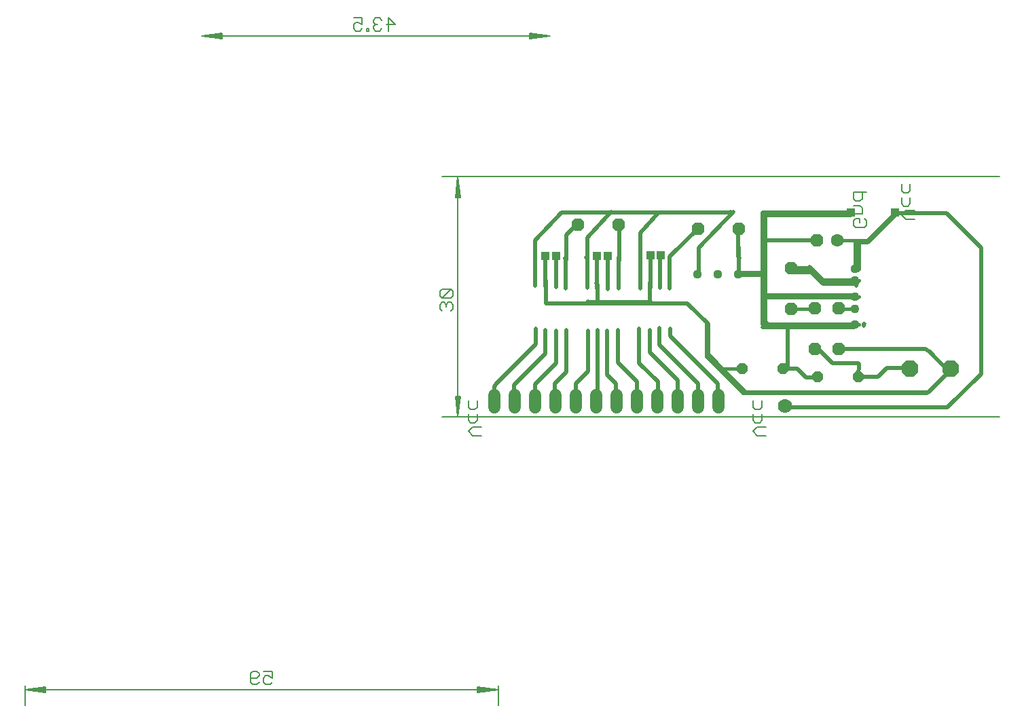
<source format=gbl>
G75*
%MOIN*%
%OFA0B0*%
%FSLAX24Y24*%
%IPPOS*%
%LPD*%
%AMOC8*
5,1,8,0,0,1.08239X$1,22.5*
%
%ADD10C,0.0060*%
%ADD11C,0.0051*%
%ADD12C,0.0440*%
%ADD13C,0.0630*%
%ADD14OC8,0.0630*%
%ADD15OC8,0.0520*%
%ADD16OC8,0.0825*%
%ADD17C,0.0600*%
%ADD18C,0.0700*%
%ADD19C,0.0197*%
%ADD20C,0.0160*%
%ADD21C,0.0436*%
%ADD22R,0.0396X0.0396*%
D10*
X011197Y001256D02*
X011197Y001683D01*
X011304Y001790D01*
X011517Y001790D01*
X011624Y001683D01*
X011624Y001577D01*
X011517Y001470D01*
X011197Y001470D01*
X011197Y001256D02*
X011304Y001149D01*
X011517Y001149D01*
X011624Y001256D01*
X011841Y001256D02*
X011948Y001149D01*
X012162Y001149D01*
X012269Y001256D01*
X012269Y001470D02*
X012055Y001577D01*
X011948Y001577D01*
X011841Y001470D01*
X011841Y001256D01*
X012269Y001470D02*
X012269Y001790D01*
X011841Y001790D01*
X022110Y013360D02*
X021897Y013573D01*
X022110Y013787D01*
X022537Y013787D01*
X022217Y014004D02*
X022003Y014004D01*
X021897Y014111D01*
X021897Y014431D01*
X022003Y014649D02*
X021897Y014756D01*
X021897Y015076D01*
X022324Y015076D02*
X022324Y014756D01*
X022217Y014649D01*
X022003Y014649D01*
X022324Y014431D02*
X022324Y014111D01*
X022217Y014004D01*
X022110Y013360D02*
X022537Y013360D01*
X021023Y019484D02*
X021130Y019591D01*
X021130Y019805D01*
X021023Y019911D01*
X020916Y019911D01*
X020810Y019805D01*
X020703Y019911D01*
X020596Y019911D01*
X020489Y019805D01*
X020489Y019591D01*
X020596Y019484D01*
X020810Y019698D02*
X020810Y019805D01*
X021023Y020129D02*
X020596Y020129D01*
X021023Y020556D01*
X020596Y020556D01*
X020489Y020449D01*
X020489Y020236D01*
X020596Y020129D01*
X021023Y020129D02*
X021130Y020236D01*
X021130Y020449D01*
X021023Y020556D01*
X035873Y015076D02*
X035873Y014756D01*
X035980Y014649D01*
X036193Y014649D01*
X036300Y014756D01*
X036300Y015076D01*
X036300Y014431D02*
X036300Y014111D01*
X036193Y014004D01*
X035980Y014004D01*
X035873Y014111D01*
X035873Y014431D01*
X036086Y013787D02*
X036513Y013787D01*
X036086Y013787D02*
X035873Y013573D01*
X036086Y013360D01*
X036513Y013360D01*
X040901Y023596D02*
X040794Y023703D01*
X040794Y023916D01*
X040901Y024023D01*
X041114Y024023D01*
X041114Y023809D01*
X041328Y023596D02*
X040901Y023596D01*
X041328Y023596D02*
X041435Y023703D01*
X041435Y023916D01*
X041328Y024023D01*
X041221Y024241D02*
X041221Y024561D01*
X041114Y024668D01*
X040794Y024668D01*
X040901Y024885D02*
X040794Y024992D01*
X040794Y025312D01*
X041435Y025312D01*
X041221Y025312D02*
X041221Y024992D01*
X041114Y024885D01*
X040901Y024885D01*
X040794Y024241D02*
X041221Y024241D01*
X043156Y024203D02*
X043370Y024417D01*
X043797Y024417D01*
X043477Y024634D02*
X043583Y024741D01*
X043583Y025061D01*
X043477Y025279D02*
X043263Y025279D01*
X043156Y025386D01*
X043156Y025706D01*
X043583Y025706D02*
X043583Y025386D01*
X043477Y025279D01*
X043156Y025061D02*
X043156Y024741D01*
X043263Y024634D01*
X043477Y024634D01*
X043156Y024203D02*
X043370Y023990D01*
X043797Y023990D01*
X018297Y033556D02*
X017870Y033556D01*
X017652Y033343D02*
X017546Y033236D01*
X017332Y033236D01*
X017225Y033343D01*
X017225Y033450D01*
X017332Y033556D01*
X017439Y033556D01*
X017332Y033556D02*
X017225Y033663D01*
X017225Y033770D01*
X017332Y033877D01*
X017546Y033877D01*
X017652Y033770D01*
X017977Y033877D02*
X017977Y033236D01*
X018297Y033556D02*
X017977Y033877D01*
X017008Y033343D02*
X016901Y033343D01*
X016901Y033236D01*
X017008Y033236D01*
X017008Y033343D01*
X016686Y033343D02*
X016579Y033236D01*
X016365Y033236D01*
X016259Y033343D01*
X016259Y033556D01*
X016365Y033663D01*
X016472Y033663D01*
X016686Y033556D01*
X016686Y033877D01*
X016259Y033877D01*
D11*
X000126Y001090D02*
X000126Y000126D01*
X000126Y000893D02*
X001149Y000791D01*
X001149Y000768D02*
X000126Y000893D01*
X001149Y000996D01*
X001149Y001019D02*
X001149Y000768D01*
X001149Y000842D02*
X000126Y000893D01*
X001149Y000944D01*
X001149Y001019D02*
X000126Y000893D01*
X023354Y000893D01*
X022330Y000791D01*
X022330Y000768D02*
X023354Y000893D01*
X022330Y000996D01*
X022330Y001019D02*
X022330Y000768D01*
X022330Y000842D02*
X023354Y000893D01*
X022330Y000944D01*
X022330Y001019D02*
X023354Y000893D01*
X023354Y001090D02*
X023354Y000126D01*
X021385Y014279D02*
X021488Y015303D01*
X021511Y015303D02*
X021385Y014279D01*
X021283Y015303D01*
X021260Y015303D02*
X021511Y015303D01*
X021437Y015303D02*
X021385Y014279D01*
X021334Y015303D01*
X021260Y015303D02*
X021385Y014279D01*
X021385Y026090D01*
X021488Y025067D01*
X021511Y025067D02*
X021385Y026090D01*
X021283Y025067D01*
X021260Y025067D02*
X021511Y025067D01*
X021437Y025067D02*
X021385Y026090D01*
X021334Y025067D01*
X021260Y025067D02*
X021385Y026090D01*
X020618Y026090D02*
X047960Y026090D01*
X047960Y014279D02*
X020618Y014279D01*
X024889Y032854D02*
X025913Y032980D01*
X024889Y032878D01*
X024889Y032854D02*
X024889Y033106D01*
X025913Y032980D01*
X024889Y033082D01*
X024889Y033031D02*
X025913Y032980D01*
X024889Y032929D01*
X025913Y032980D02*
X008787Y032980D01*
X009811Y032878D01*
X009811Y032854D02*
X009811Y033106D01*
X008787Y032980D01*
X009811Y033082D01*
X009811Y033031D02*
X008787Y032980D01*
X009811Y032929D01*
X009811Y032854D02*
X008787Y032980D01*
X008787Y032980D01*
X025913Y032980D02*
X025913Y032980D01*
D12*
X033141Y021287D03*
X034141Y021287D03*
X035141Y021287D03*
D13*
X039996Y022941D03*
D14*
X038996Y022941D03*
X037724Y021578D03*
X035181Y023531D03*
X033181Y023531D03*
X029275Y023728D03*
X027275Y023728D03*
X037724Y019578D03*
X038905Y019610D03*
X040086Y019610D03*
X040086Y017610D03*
X038905Y017610D03*
D15*
X037346Y016641D03*
X039047Y016248D03*
X041047Y016248D03*
X035346Y016641D03*
D16*
X043574Y016641D03*
X045574Y016641D03*
D17*
X034169Y015367D02*
X034169Y014767D01*
X033169Y014767D02*
X033169Y015367D01*
X032169Y015367D02*
X032169Y014767D01*
X031169Y014767D02*
X031169Y015367D01*
X030169Y015367D02*
X030169Y014767D01*
X029169Y014767D02*
X029169Y015367D01*
X028169Y015367D02*
X028169Y014767D01*
X027169Y014767D02*
X027169Y015367D01*
X026169Y015367D02*
X026169Y014767D01*
X025169Y014767D02*
X025169Y015367D01*
X024169Y015367D02*
X024169Y014767D01*
X023169Y014767D02*
X023169Y015367D01*
D18*
X037448Y014830D03*
D19*
X037448Y014752D02*
X037291Y014909D01*
X037448Y014752D02*
X045401Y014752D01*
X047055Y016405D01*
X047055Y022586D01*
X045362Y024279D01*
X042881Y024279D01*
X042881Y024358D02*
X042960Y024358D01*
X042960Y024319D01*
X041504Y022862D01*
X040952Y022862D01*
X040952Y021563D01*
X041031Y021484D01*
X040834Y020972D02*
X039338Y020972D01*
X039299Y020933D01*
X039299Y020972D01*
X038630Y021641D01*
X038630Y021444D01*
X038669Y021405D01*
X037763Y021405D01*
X037724Y021444D01*
X037685Y021523D02*
X037685Y021563D01*
X037724Y021602D02*
X038511Y021602D01*
X039299Y020815D01*
X040913Y020815D01*
X040992Y020893D01*
X040952Y020854D02*
X040874Y020933D01*
X040952Y020854D02*
X040952Y020736D01*
X040756Y020263D02*
X040834Y020185D01*
X040756Y020263D02*
X036543Y020263D01*
X036346Y020185D02*
X036346Y020145D01*
X041031Y020145D01*
X040992Y018846D02*
X040834Y018689D01*
X036346Y018689D01*
X036464Y018807D01*
X036464Y018925D01*
X036582Y018807D01*
X036622Y018807D01*
X036464Y018964D01*
X036464Y021326D01*
X036464Y021405D01*
X036425Y021444D01*
X036425Y024240D01*
X040716Y024240D01*
X040677Y024200D01*
X036543Y024200D01*
X036464Y024122D01*
X036464Y021405D01*
X036425Y021366D02*
X036464Y021326D01*
X036425Y021366D02*
X035165Y021366D01*
X035165Y021248D01*
X036385Y021248D01*
X036385Y021405D01*
X035165Y021366D02*
X035165Y022626D01*
X035126Y022153D02*
X035204Y022074D01*
X035126Y022153D02*
X035126Y023531D01*
X036346Y022941D02*
X039023Y022941D01*
X040677Y024319D02*
X036858Y024319D01*
X037015Y024319D02*
X037015Y024279D01*
X037015Y024319D02*
X036346Y024319D01*
X036346Y022941D01*
X036346Y018807D01*
X036582Y018807D01*
X036622Y018807D02*
X041031Y018807D01*
X041307Y018767D02*
X041307Y018846D01*
X041346Y018846D01*
X040126Y017626D02*
X044338Y017626D01*
X044456Y017507D01*
X044496Y017507D01*
X045480Y016523D01*
X045559Y016602D02*
X044456Y015500D01*
X035519Y015500D01*
X033669Y017350D01*
X033669Y017389D01*
X033669Y017350D02*
X033630Y017311D01*
X033669Y017350D02*
X033669Y018846D01*
X032645Y019870D01*
X030795Y019870D01*
X030795Y020893D01*
X030834Y020618D02*
X030834Y022153D01*
X031307Y022153D02*
X031307Y020618D01*
X031779Y020578D02*
X031779Y021996D01*
X031779Y022153D01*
X031819Y022193D01*
X033196Y023570D01*
X033196Y022586D02*
X034889Y024358D01*
X034771Y024358D02*
X034732Y024319D01*
X031228Y024319D01*
X030322Y023334D01*
X030322Y020578D01*
X030834Y019948D02*
X030795Y019909D01*
X027724Y019909D01*
X027763Y019948D01*
X028236Y019870D02*
X028236Y020775D01*
X028157Y020854D01*
X028196Y020578D02*
X028196Y022074D01*
X027724Y022074D02*
X027724Y023098D01*
X028905Y024358D01*
X029259Y023689D02*
X029299Y023649D01*
X029299Y021956D01*
X029259Y022114D02*
X029259Y020578D01*
X028748Y020539D02*
X028748Y022114D01*
X027724Y022074D02*
X027685Y022114D01*
X027724Y022074D02*
X027724Y020618D01*
X028236Y019870D02*
X030795Y019870D01*
X030795Y018570D02*
X030795Y017468D01*
X032173Y016090D01*
X032173Y015027D01*
X033157Y015027D02*
X033157Y015933D01*
X031267Y017822D01*
X031267Y018649D01*
X031819Y018610D02*
X031819Y018256D01*
X034141Y015933D01*
X034141Y014988D01*
X034181Y014948D01*
X037370Y016641D02*
X038039Y016641D01*
X038472Y016208D01*
X039141Y016208D01*
X039181Y016248D01*
X039771Y016917D02*
X041031Y016917D01*
X041070Y016878D01*
X041031Y016287D01*
X041070Y016248D01*
X041031Y016248D02*
X042015Y016248D01*
X042448Y016681D01*
X043590Y016681D01*
X043630Y016641D01*
X039771Y016917D02*
X039063Y017626D01*
X038905Y017626D01*
X037567Y016641D02*
X037448Y016641D01*
X037567Y016641D02*
X037567Y018767D01*
X033590Y018964D02*
X033590Y017232D01*
X031189Y016011D02*
X031189Y015027D01*
X030165Y015027D02*
X030165Y016011D01*
X029220Y016956D01*
X029220Y018570D01*
X028708Y018531D02*
X028708Y016366D01*
X029141Y015933D01*
X029141Y015067D01*
X029181Y015027D01*
X028236Y015145D02*
X028157Y015067D01*
X028236Y015145D02*
X028236Y018570D01*
X027763Y018531D02*
X027763Y016523D01*
X027173Y015933D01*
X027173Y015067D01*
X026189Y015067D02*
X026149Y015106D01*
X026149Y015933D01*
X026700Y016484D01*
X026700Y018570D01*
X026189Y018531D02*
X026189Y016917D01*
X025165Y015893D01*
X025165Y015106D01*
X025126Y015067D01*
X025204Y015381D02*
X025165Y015421D01*
X024141Y015067D02*
X024141Y015854D01*
X025677Y017389D01*
X025677Y018570D01*
X025204Y018610D02*
X025204Y017862D01*
X023236Y015893D01*
X023236Y015854D01*
X023157Y015775D01*
X023157Y014988D01*
X030283Y016917D02*
X031189Y016011D01*
X030283Y016917D02*
X030283Y018610D01*
X028236Y019870D02*
X025716Y019870D01*
X025716Y020972D01*
X025677Y020696D02*
X025677Y022074D01*
X026189Y022114D02*
X026189Y020657D01*
X026661Y020578D02*
X026661Y022035D01*
X026622Y022074D01*
X026700Y021996D02*
X026700Y023216D01*
X027252Y023767D01*
X026464Y024319D02*
X031228Y024319D01*
X033196Y022586D02*
X033196Y021287D01*
X026464Y024319D02*
X025165Y022941D01*
X025165Y020736D01*
D20*
X033590Y017232D02*
X035362Y015460D01*
X044378Y015460D01*
X045559Y016641D01*
X045362Y016641D01*
X044378Y017626D01*
X042803Y017626D01*
X041070Y018807D02*
X041031Y018807D01*
X040874Y018807D01*
X040874Y019594D02*
X040086Y019594D01*
X040874Y020185D02*
X041070Y020185D01*
X041070Y020972D02*
X040874Y020972D01*
X040874Y021563D02*
X040874Y022941D01*
X041070Y022941D01*
X041070Y021563D01*
X041070Y022941D02*
X041464Y022941D01*
X042842Y024319D01*
X043039Y024319D01*
X040874Y022941D02*
X039889Y022941D01*
X038905Y019594D02*
X037724Y019594D01*
X037448Y016641D02*
X037370Y016641D01*
X037330Y016641D01*
X035362Y016641D02*
X034378Y016641D01*
D21*
X040874Y018807D03*
X040874Y019594D03*
X040874Y020185D03*
X040874Y020972D03*
X040874Y021563D03*
D22*
X040677Y024319D03*
X042842Y024319D03*
X031346Y022232D03*
X030834Y022232D03*
X028748Y022193D03*
X028196Y022193D03*
X026189Y022193D03*
X025677Y022193D03*
M02*

</source>
